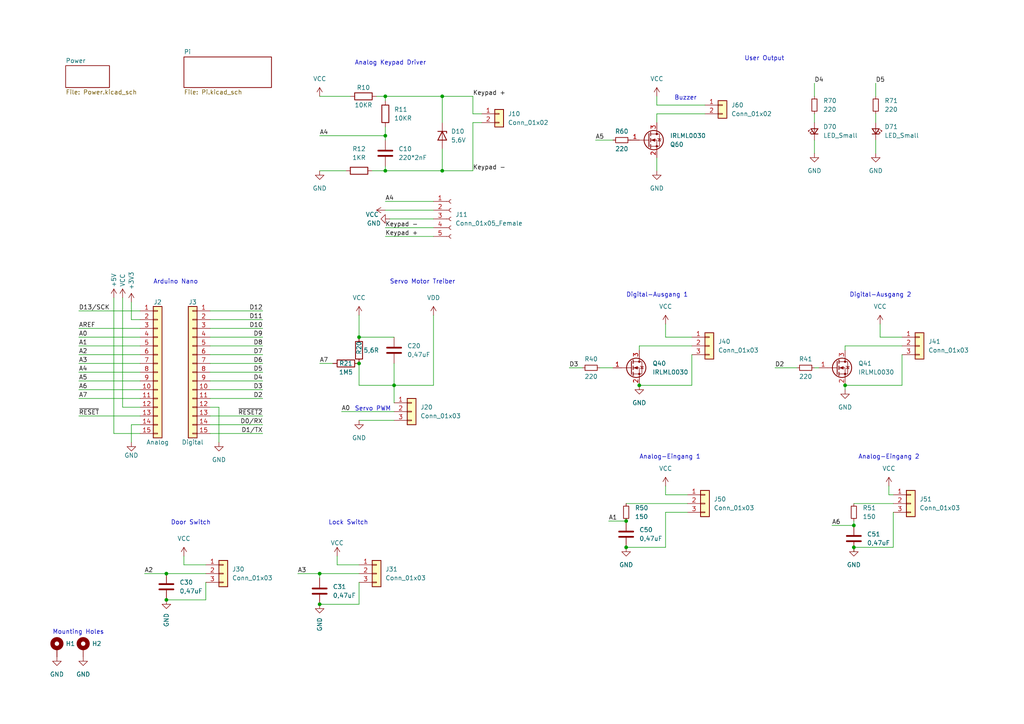
<source format=kicad_sch>
(kicad_sch (version 20211123) (generator eeschema)
  (paper "A4")
  (title_block (date "sam. 04 avril 2015"))
  (lib_symbols
    (symbol "Connector:Conn_01x05_Female" (pin_names (offset 1.016) hide)
      (property "Reference" "J" (at 0 7.62 0))
      (property "Value" "Conn_01x05_Female" (at 0 -7.62 0))
      (symbol "Conn_01x05_Female_1_1"
        (arc (start 0 -4.572) (mid -0.508 -5.08) (end 0 -5.588) (stroke (width 0.1524)))
        (arc (start 0 -2.032) (mid -0.508 -2.54) (end 0 -3.048) (stroke (width 0.1524)))
        (polyline (pts (xy -1.27 -5.08) (xy -0.508 -5.08)) (stroke (width 0.1524)))
        (polyline (pts (xy -1.27 -2.54) (xy -0.508 -2.54)) (stroke (width 0.1524)))
        (polyline (pts (xy -1.27 0) (xy -0.508 0)) (stroke (width 0.1524)))
        (polyline (pts (xy -1.27 2.54) (xy -0.508 2.54)) (stroke (width 0.1524)))
        (polyline (pts (xy -1.27 5.08) (xy -0.508 5.08)) (stroke (width 0.1524)))
        (arc (start 0 0.508) (mid -0.508 0) (end 0 -0.508) (stroke (width 0.1524)))
        (arc (start 0 3.048) (mid -0.508 2.54) (end 0 2.032) (stroke (width 0.1524)))
        (arc (start 0 5.588) (mid -0.508 5.08) (end 0 4.572) (stroke (width 0.1524)))
        (pin passive line (at -5.08 5.08 0) (length 3.81) (name "Pin_1") (number "1"))
        (pin passive line (at -5.08 2.54 0) (length 3.81) (name "Pin_2") (number "2"))
        (pin passive line (at -5.08 0 0) (length 3.81) (name "Pin_3") (number "3"))
        (pin passive line (at -5.08 -2.54 0) (length 3.81) (name "Pin_4") (number "4"))
        (pin passive line (at -5.08 -5.08 0) (length 3.81) (name "Pin_5") (number "5"))
      )
    )
    (symbol "Connector_Generic:Conn_01x02" (pin_names (offset 1.016) hide)
      (property "Reference" "J" (at 0 2.54 0))
      (property "Value" "Conn_01x02" (at 0 -5.08 0))
      (symbol "Conn_01x02_1_1"
        (rectangle (start -1.27 -2.413) (end 0 -2.667) (stroke (width 0.1524)))
        (rectangle (start -1.27 0.127) (end 0 -0.127) (stroke (width 0.1524)))
        (rectangle (start -1.27 1.27) (end 1.27 -3.81) (stroke (width 0.254)) (fill (type background)))
        (pin passive line (at -5.08 0 0) (length 3.81) (name "Pin_1") (number "1"))
        (pin passive line (at -5.08 -2.54 0) (length 3.81) (name "Pin_2") (number "2"))
      )
    )
    (symbol "Connector_Generic:Conn_01x03" (pin_names (offset 1.016) hide)
      (property "Reference" "J" (at 0 5.08 0))
      (property "Value" "Conn_01x03" (at 0 -5.08 0))
      (symbol "Conn_01x03_1_1"
        (rectangle (start -1.27 -2.413) (end 0 -2.667) (stroke (width 0.1524)))
        (rectangle (start -1.27 0.127) (end 0 -0.127) (stroke (width 0.1524)))
        (rectangle (start -1.27 2.667) (end 0 2.413) (stroke (width 0.1524)))
        (rectangle (start -1.27 3.81) (end 1.27 -3.81) (stroke (width 0.254)) (fill (type background)))
        (pin passive line (at -5.08 2.54 0) (length 3.81) (name "Pin_1") (number "1"))
        (pin passive line (at -5.08 0 0) (length 3.81) (name "Pin_2") (number "2"))
        (pin passive line (at -5.08 -2.54 0) (length 3.81) (name "Pin_3") (number "3"))
      )
    )
    (symbol "Connector_Generic:Conn_01x15" (pin_names (offset 1.016) hide)
      (property "Reference" "J" (at 0 20.32 0))
      (property "Value" "Conn_01x15" (at 0 -20.32 0))
      (symbol "Conn_01x15_1_1"
        (rectangle (start -1.27 -17.653) (end 0 -17.907) (stroke (width 0.1524)))
        (rectangle (start -1.27 -15.113) (end 0 -15.367) (stroke (width 0.1524)))
        (rectangle (start -1.27 -12.573) (end 0 -12.827) (stroke (width 0.1524)))
        (rectangle (start -1.27 -10.033) (end 0 -10.287) (stroke (width 0.1524)))
        (rectangle (start -1.27 -7.493) (end 0 -7.747) (stroke (width 0.1524)))
        (rectangle (start -1.27 -4.953) (end 0 -5.207) (stroke (width 0.1524)))
        (rectangle (start -1.27 -2.413) (end 0 -2.667) (stroke (width 0.1524)))
        (rectangle (start -1.27 0.127) (end 0 -0.127) (stroke (width 0.1524)))
        (rectangle (start -1.27 2.667) (end 0 2.413) (stroke (width 0.1524)))
        (rectangle (start -1.27 5.207) (end 0 4.953) (stroke (width 0.1524)))
        (rectangle (start -1.27 7.747) (end 0 7.493) (stroke (width 0.1524)))
        (rectangle (start -1.27 10.287) (end 0 10.033) (stroke (width 0.1524)))
        (rectangle (start -1.27 12.827) (end 0 12.573) (stroke (width 0.1524)))
        (rectangle (start -1.27 15.367) (end 0 15.113) (stroke (width 0.1524)))
        (rectangle (start -1.27 17.907) (end 0 17.653) (stroke (width 0.1524)))
        (rectangle (start -1.27 19.05) (end 1.27 -19.05) (stroke (width 0.254)) (fill (type background)))
        (pin passive line (at -5.08 17.78 0) (length 3.81) (name "Pin_1") (number "1"))
        (pin passive line (at -5.08 -5.08 0) (length 3.81) (name "Pin_10") (number "10"))
        (pin passive line (at -5.08 -7.62 0) (length 3.81) (name "Pin_11") (number "11"))
        (pin passive line (at -5.08 -10.16 0) (length 3.81) (name "Pin_12") (number "12"))
        (pin passive line (at -5.08 -12.7 0) (length 3.81) (name "Pin_13") (number "13"))
        (pin passive line (at -5.08 -15.24 0) (length 3.81) (name "Pin_14") (number "14"))
        (pin passive line (at -5.08 -17.78 0) (length 3.81) (name "Pin_15") (number "15"))
        (pin passive line (at -5.08 15.24 0) (length 3.81) (name "Pin_2") (number "2"))
        (pin passive line (at -5.08 12.7 0) (length 3.81) (name "Pin_3") (number "3"))
        (pin passive line (at -5.08 10.16 0) (length 3.81) (name "Pin_4") (number "4"))
        (pin passive line (at -5.08 7.62 0) (length 3.81) (name "Pin_5") (number "5"))
        (pin passive line (at -5.08 5.08 0) (length 3.81) (name "Pin_6") (number "6"))
        (pin passive line (at -5.08 2.54 0) (length 3.81) (name "Pin_7") (number "7"))
        (pin passive line (at -5.08 0 0) (length 3.81) (name "Pin_8") (number "8"))
        (pin passive line (at -5.08 -2.54 0) (length 3.81) (name "Pin_9") (number "9"))
      )
    )
    (symbol "Device:C" (pin_numbers hide) (pin_names (offset 0.254))
      (property "Reference" "C" (at 0.635 2.54 0))
      (property "Value" "C" (at 0.635 -2.54 0))
      (symbol "C_0_1"
        (polyline (pts (xy -2.032 -0.762) (xy 2.032 -0.762)) (stroke (width 0.508)))
        (polyline (pts (xy -2.032 0.762) (xy 2.032 0.762)) (stroke (width 0.508)))
      )
      (symbol "C_1_1"
        (pin passive line (at 0 3.81 270) (length 2.794) (name "~") (number "1"))
        (pin passive line (at 0 -3.81 90) (length 2.794) (name "~") (number "2"))
      )
    )
    (symbol "Device:D_Zener" (pin_numbers hide) (pin_names (offset 1.016) hide)
      (property "Reference" "D" (at 0 2.54 0))
      (property "Value" "D_Zener" (at 0 -2.54 0))
      (symbol "D_Zener_0_1"
        (polyline (pts (xy 1.27 0) (xy -1.27 0)))
        (polyline (pts (xy -1.27 -1.27) (xy -1.27 1.27) (xy -0.762 1.27)) (stroke (width 0.254)))
        (polyline (pts (xy 1.27 -1.27) (xy 1.27 1.27) (xy -1.27 0) (xy 1.27 -1.27)) (stroke (width 0.254)))
      )
      (symbol "D_Zener_1_1"
        (pin passive line (at -3.81 0 0) (length 2.54) (name "K") (number "1"))
        (pin passive line (at 3.81 0 180) (length 2.54) (name "A") (number "2"))
      )
    )
    (symbol "Device:LED_Small" (pin_numbers hide) (pin_names (offset 0.254) hide)
      (property "Reference" "D" (at -1.27 3.175 0))
      (property "Value" "LED_Small" (at -4.445 -2.54 0))
      (symbol "LED_Small_0_1"
        (polyline (pts (xy -0.762 -1.016) (xy -0.762 1.016)) (stroke (width 0.254)))
        (polyline (pts (xy 1.016 0) (xy -0.762 0)))
        (polyline (pts (xy 0.762 -1.016) (xy -0.762 0) (xy 0.762 1.016) (xy 0.762 -1.016)) (stroke (width 0.254)))
        (polyline (pts (xy 0 0.762) (xy -0.508 1.27) (xy -0.254 1.27) (xy -0.508 1.27) (xy -0.508 1.016)))
        (polyline (pts (xy 0.508 1.27) (xy 0 1.778) (xy 0.254 1.778) (xy 0 1.778) (xy 0 1.524)))
      )
      (symbol "LED_Small_1_1"
        (pin passive line (at -2.54 0 0) (length 1.778) (name "K") (number "1"))
        (pin passive line (at 2.54 0 180) (length 1.778) (name "A") (number "2"))
      )
    )
    (symbol "Device:R" (pin_numbers hide) (pin_names (offset 0))
      (property "Reference" "R" (at 2.032 0 90))
      (property "Value" "R" (at 0 0 90))
      (symbol "R_0_1"
        (rectangle (start -1.016 -2.54) (end 1.016 2.54) (stroke (width 0.254)))
      )
      (symbol "R_1_1"
        (pin passive line (at 0 3.81 270) (length 1.27) (name "~") (number "1"))
        (pin passive line (at 0 -3.81 90) (length 1.27) (name "~") (number "2"))
      )
    )
    (symbol "Device:R_Small" (pin_numbers hide) (pin_names (offset 0.254) hide)
      (property "Reference" "R" (at 0.762 0.508 0))
      (property "Value" "R_Small" (at 0.762 -1.016 0))
      (symbol "R_Small_0_1"
        (rectangle (start -0.762 1.778) (end 0.762 -1.778) (stroke (width 0.2032)))
      )
      (symbol "R_Small_1_1"
        (pin passive line (at 0 2.54 270) (length 0.762) (name "~") (number "1"))
        (pin passive line (at 0 -2.54 90) (length 0.762) (name "~") (number "2"))
      )
    )
    (symbol "GND_1" (power) (pin_names (offset 0))
      (property "Value" "GND_1" (at 0 -3.81 0))
      (symbol "GND_1_0_1"
        (polyline (pts (xy 0 0) (xy 0 -1.27) (xy 1.27 -1.27) (xy 0 -2.54) (xy -1.27 -1.27) (xy 0 -1.27)))
      )
      (symbol "GND_1_1_1"
        (pin power_in line (at 0 0 270) (length 0) hide (name "GND") (number "1"))
      )
    )
    (symbol "GND_11" (power) (pin_names (offset 0))
      (property "Value" "GND_11" (at 0 -3.81 0))
      (symbol "GND_11_0_1"
        (polyline (pts (xy 0 0) (xy 0 -1.27) (xy 1.27 -1.27) (xy 0 -2.54) (xy -1.27 -1.27) (xy 0 -1.27)))
      )
      (symbol "GND_11_1_1"
        (pin power_in line (at 0 0 270) (length 0) hide (name "GND") (number "1"))
      )
    )
    (symbol "GND_12" (power) (pin_names (offset 0))
      (property "Value" "GND_12" (at 0 -3.81 0))
      (symbol "GND_12_0_1"
        (polyline (pts (xy 0 0) (xy 0 -1.27) (xy 1.27 -1.27) (xy 0 -2.54) (xy -1.27 -1.27) (xy 0 -1.27)))
      )
      (symbol "GND_12_1_1"
        (pin power_in line (at 0 0 270) (length 0) hide (name "GND") (number "1"))
      )
    )
    (symbol "GND_2" (power) (pin_names (offset 0))
      (property "Value" "GND_2" (at 0 -3.81 0))
      (symbol "GND_2_0_1"
        (polyline (pts (xy 0 0) (xy 0 -1.27) (xy 1.27 -1.27) (xy 0 -2.54) (xy -1.27 -1.27) (xy 0 -1.27)))
      )
      (symbol "GND_2_1_1"
        (pin power_in line (at 0 0 270) (length 0) hide (name "GND") (number "1"))
      )
    )
    (symbol "GND_5" (power) (pin_names (offset 0))
      (property "Value" "GND_5" (at 0 -3.81 0))
      (symbol "GND_5_0_1"
        (polyline (pts (xy 0 0) (xy 0 -1.27) (xy 1.27 -1.27) (xy 0 -2.54) (xy -1.27 -1.27) (xy 0 -1.27)))
      )
      (symbol "GND_5_1_1"
        (pin power_in line (at 0 0 270) (length 0) hide (name "GND") (number "1"))
      )
    )
    (symbol "GND_7" (power) (pin_names (offset 0))
      (property "Value" "GND_7" (at 0 -3.81 0))
      (symbol "GND_7_0_1"
        (polyline (pts (xy 0 0) (xy 0 -1.27) (xy 1.27 -1.27) (xy 0 -2.54) (xy -1.27 -1.27) (xy 0 -1.27)))
      )
      (symbol "GND_7_1_1"
        (pin power_in line (at 0 0 270) (length 0) hide (name "GND") (number "1"))
      )
    )
    (symbol "Mechanical:MountingHole_Pad" (pin_numbers hide) (pin_names (offset 1.016) hide)
      (property "Reference" "H" (at 0 6.35 0))
      (property "Value" "MountingHole_Pad" (at 0 4.445 0))
      (symbol "MountingHole_Pad_0_1"
        (circle (center 0 1.27) (radius 1.27) (stroke (width 1.27)))
      )
      (symbol "MountingHole_Pad_1_1"
        (pin input line (at 0 -2.54 90) (length 2.54) (name "1") (number "1"))
      )
    )
    (symbol "Transistor_FET:IRLML0030" (pin_names hide)
      (property "Reference" "Q" (at 5.08 1.905 0))
      (property "Value" "IRLML0030" (at 5.08 0 0))
      (symbol "IRLML0030_0_1"
        (polyline (pts (xy 0.254 0) (xy -2.54 0)))
        (polyline (pts (xy 0.254 1.905) (xy 0.254 -1.905)) (stroke (width 0.254)))
        (polyline (pts (xy 0.762 -1.27) (xy 0.762 -2.286)) (stroke (width 0.254)))
        (polyline (pts (xy 0.762 0.508) (xy 0.762 -0.508)) (stroke (width 0.254)))
        (polyline (pts (xy 0.762 2.286) (xy 0.762 1.27)) (stroke (width 0.254)))
        (polyline (pts (xy 2.54 2.54) (xy 2.54 1.778)))
        (polyline (pts (xy 2.54 -2.54) (xy 2.54 0) (xy 0.762 0)))
        (polyline (pts (xy 0.762 -1.778) (xy 3.302 -1.778) (xy 3.302 1.778) (xy 0.762 1.778)))
        (polyline (pts (xy 1.016 0) (xy 2.032 0.381) (xy 2.032 -0.381) (xy 1.016 0)) (fill (type outline)))
        (polyline (pts (xy 2.794 0.508) (xy 2.921 0.381) (xy 3.683 0.381) (xy 3.81 0.254)))
        (polyline (pts (xy 3.302 0.381) (xy 2.921 -0.254) (xy 3.683 -0.254) (xy 3.302 0.381)))
        (circle (center 1.651 0) (radius 2.794) (stroke (width 0.254)))
        (circle (center 2.54 -1.778) (radius 0.254) (fill (type outline)))
        (circle (center 2.54 1.778) (radius 0.254) (fill (type outline)))
      )
      (symbol "IRLML0030_1_1"
        (pin input line (at -5.08 0 0) (length 2.54) (name "G") (number "1"))
        (pin passive line (at 2.54 -5.08 90) (length 2.54) (name "S") (number "2"))
        (pin passive line (at 2.54 5.08 270) (length 2.54) (name "D") (number "3"))
      )
    )
    (symbol "VCC_1" (power) (pin_names (offset 0))
      (property "Value" "VCC_1" (at 0 3.81 0))
      (symbol "VCC_1_0_1"
        (polyline (pts (xy -0.762 1.27) (xy 0 2.54)))
        (polyline (pts (xy 0 0) (xy 0 2.54)))
        (polyline (pts (xy 0 2.54) (xy 0.762 1.27)))
      )
      (symbol "VCC_1_1_1"
        (pin power_in line (at 0 0 90) (length 0) hide (name "VCC") (number "1"))
      )
    )
    (symbol "VCC_2" (power) (pin_names (offset 0))
      (property "Value" "VCC_2" (at 0 3.81 0))
      (symbol "VCC_2_0_1"
        (polyline (pts (xy -0.762 1.27) (xy 0 2.54)))
        (polyline (pts (xy 0 0) (xy 0 2.54)))
        (polyline (pts (xy 0 2.54) (xy 0.762 1.27)))
      )
      (symbol "VCC_2_1_1"
        (pin power_in line (at 0 0 90) (length 0) hide (name "VCC") (number "1"))
      )
    )
    (symbol "VCC_3" (power) (pin_names (offset 0))
      (property "Value" "VCC_3" (at 0 3.81 0))
      (symbol "VCC_3_0_1"
        (polyline (pts (xy -0.762 1.27) (xy 0 2.54)))
        (polyline (pts (xy 0 0) (xy 0 2.54)))
        (polyline (pts (xy 0 2.54) (xy 0.762 1.27)))
      )
      (symbol "VCC_3_1_1"
        (pin power_in line (at 0 0 90) (length 0) hide (name "VCC") (number "1"))
      )
    )
    (symbol "VCC_4" (power) (pin_names (offset 0))
      (property "Value" "VCC_4" (at 0 3.81 0))
      (symbol "VCC_4_0_1"
        (polyline (pts (xy -0.762 1.27) (xy 0 2.54)))
        (polyline (pts (xy 0 0) (xy 0 2.54)))
        (polyline (pts (xy 0 2.54) (xy 0.762 1.27)))
      )
      (symbol "VCC_4_1_1"
        (pin power_in line (at 0 0 90) (length 0) hide (name "VCC") (number "1"))
      )
    )
    (symbol "VCC_5" (power) (pin_names (offset 0))
      (property "Value" "VCC_5" (at 0 3.81 0))
      (symbol "VCC_5_0_1"
        (polyline (pts (xy -0.762 1.27) (xy 0 2.54)))
        (polyline (pts (xy 0 0) (xy 0 2.54)))
        (polyline (pts (xy 0 2.54) (xy 0.762 1.27)))
      )
      (symbol "VCC_5_1_1"
        (pin power_in line (at 0 0 90) (length 0) hide (name "VCC") (number "1"))
      )
    )
    (symbol "VCC_6" (power) (pin_names (offset 0))
      (property "Value" "VCC_6" (at 0 3.81 0))
      (symbol "VCC_6_0_1"
        (polyline (pts (xy -0.762 1.27) (xy 0 2.54)))
        (polyline (pts (xy 0 0) (xy 0 2.54)))
        (polyline (pts (xy 0 2.54) (xy 0.762 1.27)))
      )
      (symbol "VCC_6_1_1"
        (pin power_in line (at 0 0 90) (length 0) hide (name "VCC") (number "1"))
      )
    )
    (symbol "VCC_7" (power) (pin_names (offset 0))
      (property "Value" "VCC_7" (at 0 3.81 0))
      (symbol "VCC_7_0_1"
        (polyline (pts (xy -0.762 1.27) (xy 0 2.54)))
        (polyline (pts (xy 0 0) (xy 0 2.54)))
        (polyline (pts (xy 0 2.54) (xy 0.762 1.27)))
      )
      (symbol "VCC_7_1_1"
        (pin power_in line (at 0 0 90) (length 0) hide (name "VCC") (number "1"))
      )
    )
    (symbol "VDD_1" (power) (pin_names (offset 0))
      (property "Value" "VDD_1" (at 0 3.81 0))
      (symbol "VDD_1_0_1"
        (polyline (pts (xy -0.762 1.27) (xy 0 2.54)))
        (polyline (pts (xy 0 0) (xy 0 2.54)))
        (polyline (pts (xy 0 2.54) (xy 0.762 1.27)))
      )
      (symbol "VDD_1_1_1"
        (pin power_in line (at 0 0 90) (length 0) hide (name "VDD") (number "1"))
      )
    )
    (symbol "power:+3.3V" (power) (pin_names (offset 0))
      (property "Value" "+3.3V" (at 0 3.556 0))
      (symbol "+3.3V_0_1"
        (polyline (pts (xy -0.762 1.27) (xy 0 2.54)))
        (polyline (pts (xy 0 0) (xy 0 2.54)))
        (polyline (pts (xy 0 2.54) (xy 0.762 1.27)))
      )
      (symbol "+3.3V_1_1"
        (pin power_in line (at 0 0 90) (length 0) hide (name "+3V3") (number "1"))
      )
    )
    (symbol "power:+5V" (power) (pin_names (offset 0))
      (property "Value" "+5V" (at 0 3.556 0))
      (symbol "+5V_0_1"
        (polyline (pts (xy -0.762 1.27) (xy 0 2.54)))
        (polyline (pts (xy 0 0) (xy 0 2.54)))
        (polyline (pts (xy 0 2.54) (xy 0.762 1.27)))
      )
      (symbol "+5V_1_1"
        (pin power_in line (at 0 0 90) (length 0) hide (name "+5V") (number "1"))
      )
    )
    (symbol "power:GND" (power) (pin_names (offset 0))
      (property "Value" "GND" (at 0 -3.81 0))
      (symbol "GND_0_1"
        (polyline (pts (xy 0 0) (xy 0 -1.27) (xy 1.27 -1.27) (xy 0 -2.54) (xy -1.27 -1.27) (xy 0 -1.27)))
      )
      (symbol "GND_1_1"
        (pin power_in line (at 0 0 270) (length 0) hide (name "GND") (number "1"))
      )
    )
    (symbol "power:VCC" (power) (pin_names (offset 0))
      (property "Value" "VCC" (at 0 3.81 0))
      (symbol "VCC_0_1"
        (polyline (pts (xy -0.762 1.27) (xy 0 2.54)))
        (polyline (pts (xy 0 0) (xy 0 2.54)))
        (polyline (pts (xy 0 2.54) (xy 0.762 1.27)))
      )
      (symbol "VCC_1_1"
        (pin power_in line (at 0 0 90) (length 0) hide (name "VCC") (number "1"))
      )
    )
  )
  (junction (at 128.27 49.53))
  (junction (at 111.76 49.53))
  (junction (at 128.27 27.94))
  (junction (at 245.11 111.76))
  (junction (at 111.76 39.37))
  (junction (at 181.61 151.13))
  (junction (at 92.71 175.26))
  (junction (at 48.26 166.37))
  (junction (at 104.14 105.41))
  (junction (at 111.76 27.94))
  (junction (at 48.26 173.99))
  (junction (at 247.65 152.4))
  (junction (at 247.65 158.75))
  (junction (at 181.61 158.75))
  (junction (at 104.14 97.79))
  (junction (at 92.71 166.37))
  (junction (at 114.3 111.76))
  (junction (at 185.42 111.76))
  (wire (pts (xy 60.96 123.19) (xy 76.2 123.19)))
  (wire (pts (xy 40.64 92.71) (xy 38.1 92.71)))
  (wire (pts (xy 92.71 166.37) (xy 104.14 166.37)))
  (wire (pts (xy 104.14 121.92) (xy 114.3 121.92)))
  (wire (pts (xy 236.22 44.45) (xy 236.22 40.64)))
  (wire (pts (xy 33.02 86.36) (xy 33.02 125.73)))
  (wire (pts (xy 22.86 102.87) (xy 40.64 102.87)))
  (wire (pts (xy 22.86 107.95) (xy 40.64 107.95)))
  (wire (pts (xy 190.5 27.94) (xy 190.5 30.48)))
  (wire (pts (xy 137.16 27.94) (xy 137.16 33.02)))
  (wire (pts (xy 35.56 86.36) (xy 35.56 118.11)))
  (wire (pts (xy 40.64 118.11) (xy 35.56 118.11)))
  (wire (pts (xy 259.08 148.59) (xy 259.08 158.75)))
  (wire (pts (xy 185.42 100.33) (xy 200.66 100.33)))
  (wire (pts (xy 92.71 39.37) (xy 111.76 39.37)))
  (wire (pts (xy 104.14 111.76) (xy 114.3 111.76)))
  (wire (pts (xy 190.5 45.72) (xy 190.5 49.53)))
  (wire (pts (xy 22.86 105.41) (xy 40.64 105.41)))
  (wire (pts (xy 60.96 95.25) (xy 76.2 95.25)))
  (wire (pts (xy 111.76 58.42) (xy 125.73 58.42)))
  (wire (pts (xy 111.76 49.53) (xy 128.27 49.53)))
  (wire (pts (xy 185.42 101.6) (xy 185.42 100.33)))
  (wire (pts (xy 254 40.64) (xy 254 44.45)))
  (wire (pts (xy 128.27 43.18) (xy 128.27 49.53)))
  (wire (pts (xy 53.34 163.83) (xy 59.69 163.83)))
  (wire (pts (xy 139.7 33.02) (xy 137.16 33.02)))
  (wire (pts (xy 48.26 173.99) (xy 59.69 173.99)))
  (wire (pts (xy 60.96 100.33) (xy 76.2 100.33)))
  (wire (pts (xy 254 24.13) (xy 254 27.94)))
  (wire (pts (xy 60.96 102.87) (xy 76.2 102.87)))
  (wire (pts (xy 53.34 161.29) (xy 53.34 163.83)))
  (wire (pts (xy 109.22 27.94) (xy 111.76 27.94)))
  (wire (pts (xy 181.61 151.13) (xy 176.53 151.13)))
  (wire (pts (xy 257.81 140.97) (xy 257.81 143.51)))
  (wire (pts (xy 181.61 158.75) (xy 193.04 158.75)))
  (wire (pts (xy 128.27 27.94) (xy 137.16 27.94)))
  (wire (pts (xy 86.36 166.37) (xy 92.71 166.37)))
  (wire (pts (xy 104.14 91.44) (xy 104.14 97.79)))
  (wire (pts (xy 200.66 102.87) (xy 200.66 111.76)))
  (wire (pts (xy 181.61 146.05) (xy 199.39 146.05)))
  (wire (pts (xy 104.14 97.79) (xy 114.3 97.79)))
  (wire (pts (xy 60.96 115.57) (xy 76.2 115.57)))
  (wire (pts (xy 190.5 33.02) (xy 204.47 33.02)))
  (wire (pts (xy 193.04 140.97) (xy 193.04 143.51)))
  (wire (pts (xy 99.06 119.38) (xy 114.3 119.38)))
  (wire (pts (xy 97.79 161.29) (xy 97.79 163.83)))
  (wire (pts (xy 113.03 63.5) (xy 125.73 63.5)))
  (wire (pts (xy 254 33.02) (xy 254 35.56)))
  (wire (pts (xy 22.86 95.25) (xy 40.64 95.25)))
  (wire (pts (xy 200.66 97.79) (xy 193.04 97.79)))
  (wire (pts (xy 247.65 146.05) (xy 259.08 146.05)))
  (wire (pts (xy 60.96 107.95) (xy 76.2 107.95)))
  (wire (pts (xy 38.1 87.63) (xy 38.1 92.71)))
  (wire (pts (xy 193.04 148.59) (xy 193.04 158.75)))
  (wire (pts (xy 60.96 118.11) (xy 63.5 118.11)))
  (wire (pts (xy 111.76 48.26) (xy 111.76 49.53)))
  (wire (pts (xy 60.96 90.17) (xy 76.2 90.17)))
  (wire (pts (xy 236.22 106.68) (xy 237.49 106.68)))
  (wire (pts (xy 111.76 68.58) (xy 125.73 68.58)))
  (wire (pts (xy 40.64 125.73) (xy 33.02 125.73)))
  (wire (pts (xy 224.79 106.68) (xy 231.14 106.68)))
  (wire (pts (xy 22.86 120.65) (xy 40.64 120.65)))
  (wire (pts (xy 104.14 175.26) (xy 92.71 175.26)))
  (wire (pts (xy 137.16 35.56) (xy 137.16 49.53)))
  (wire (pts (xy 261.62 111.76) (xy 245.11 111.76)))
  (wire (pts (xy 60.96 105.41) (xy 76.2 105.41)))
  (wire (pts (xy 60.96 110.49) (xy 76.2 110.49)))
  (wire (pts (xy 245.11 100.33) (xy 261.62 100.33)))
  (wire (pts (xy 107.95 49.53) (xy 111.76 49.53)))
  (wire (pts (xy 165.1 106.68) (xy 168.91 106.68)))
  (wire (pts (xy 128.27 49.53) (xy 137.16 49.53)))
  (wire (pts (xy 236.22 24.13) (xy 236.22 27.94)))
  (wire (pts (xy 22.86 97.79) (xy 40.64 97.79)))
  (wire (pts (xy 111.76 66.04) (xy 125.73 66.04)))
  (wire (pts (xy 97.79 163.83) (xy 104.14 163.83)))
  (wire (pts (xy 111.76 36.83) (xy 111.76 39.37)))
  (wire (pts (xy 111.76 39.37) (xy 111.76 40.64)))
  (wire (pts (xy 199.39 148.59) (xy 193.04 148.59)))
  (wire (pts (xy 92.71 27.94) (xy 101.6 27.94)))
  (wire (pts (xy 261.62 102.87) (xy 261.62 111.76)))
  (wire (pts (xy 48.26 166.37) (xy 59.69 166.37)))
  (wire (pts (xy 22.86 90.17) (xy 40.64 90.17)))
  (wire (pts (xy 60.96 113.03) (xy 76.2 113.03)))
  (wire (pts (xy 173.99 106.68) (xy 177.8 106.68)))
  (wire (pts (xy 125.73 111.76) (xy 114.3 111.76)))
  (wire (pts (xy 200.66 111.76) (xy 185.42 111.76)))
  (wire (pts (xy 22.86 115.57) (xy 40.64 115.57)))
  (wire (pts (xy 22.86 110.49) (xy 40.64 110.49)))
  (wire (pts (xy 259.08 158.75) (xy 247.65 158.75)))
  (wire (pts (xy 128.27 35.56) (xy 128.27 27.94)))
  (wire (pts (xy 104.14 168.91) (xy 104.14 175.26)))
  (wire (pts (xy 247.65 151.13) (xy 247.65 152.4)))
  (wire (pts (xy 111.76 60.96) (xy 125.73 60.96)))
  (wire (pts (xy 259.08 143.51) (xy 257.81 143.51)))
  (wire (pts (xy 111.76 27.94) (xy 128.27 27.94)))
  (wire (pts (xy 104.14 105.41) (xy 104.14 111.76)))
  (wire (pts (xy 60.96 97.79) (xy 76.2 97.79)))
  (wire (pts (xy 92.71 105.41) (xy 96.52 105.41)))
  (wire (pts (xy 190.5 35.56) (xy 190.5 33.02)))
  (wire (pts (xy 60.96 120.65) (xy 76.2 120.65)))
  (wire (pts (xy 236.22 33.02) (xy 236.22 35.56)))
  (wire (pts (xy 193.04 93.98) (xy 193.04 97.79)))
  (wire (pts (xy 92.71 49.53) (xy 100.33 49.53)))
  (wire (pts (xy 245.11 111.76) (xy 245.11 113.03)))
  (wire (pts (xy 63.5 118.11) (xy 63.5 128.27)))
  (wire (pts (xy 139.7 35.56) (xy 137.16 35.56)))
  (wire (pts (xy 241.3 152.4) (xy 247.65 152.4)))
  (wire (pts (xy 177.8 40.64) (xy 172.72 40.64)))
  (wire (pts (xy 245.11 101.6) (xy 245.11 100.33)))
  (wire (pts (xy 204.47 30.48) (xy 190.5 30.48)))
  (wire (pts (xy 60.96 125.73) (xy 76.2 125.73)))
  (wire (pts (xy 92.71 166.37) (xy 92.71 167.64)))
  (wire (pts (xy 125.73 91.44) (xy 125.73 111.76)))
  (wire (pts (xy 59.69 173.99) (xy 59.69 168.91)))
  (wire (pts (xy 22.86 113.03) (xy 40.64 113.03)))
  (wire (pts (xy 261.62 97.79) (xy 255.27 97.79)))
  (wire (pts (xy 247.65 158.75) (xy 247.65 160.02)))
  (wire (pts (xy 114.3 111.76) (xy 114.3 116.84)))
  (wire (pts (xy 114.3 105.41) (xy 114.3 111.76)))
  (wire (pts (xy 111.76 27.94) (xy 111.76 29.21)))
  (wire (pts (xy 255.27 93.98) (xy 255.27 97.79)))
  (wire (pts (xy 38.1 123.19) (xy 38.1 128.27)))
  (wire (pts (xy 40.64 123.19) (xy 38.1 123.19)))
  (wire (pts (xy 199.39 143.51) (xy 193.04 143.51)))
  (wire (pts (xy 41.91 166.37) (xy 48.26 166.37)))
  (wire (pts (xy 22.86 100.33) (xy 40.64 100.33)))
  (wire (pts (xy 60.96 92.71) (xy 76.2 92.71)))
  (text "Analog-Eingang 2" (at 248.92 133.35 0) (effects (font (size 1.27 1.27)) (justify left bottom)))
  (text "Digital-Ausgang 1" (at 181.61 86.36 0) (effects (font (size 1.27 1.27)) (justify left bottom)))
  (text "Digital-Ausgang 2" (at 246.38 86.36 0) (effects (font (size 1.27 1.27)) (justify left bottom)))
  (text "Analog-Eingang 1" (at 185.42 133.35 0) (effects (font (size 1.27 1.27)) (justify left bottom)))
  (text "Arduino Nano" (at 44.45 82.55 0) (effects (font (size 1.27 1.27)) (justify left bottom)))
  (text "User Output" (at 215.9 17.78 0) (effects (font (size 1.27 1.27)) (justify left bottom)))
  (text "Servo Motor Treiber" (at 113.03 82.55 0) (effects (font (size 1.27 1.27)) (justify left bottom)))
  (text "Analog Keypad Driver" (at 102.87 19.05 0) (effects (font (size 1.27 1.27)) (justify left bottom)))
  (text "Servo PWM" (at 102.87 119.38 0) (effects (font (size 1.27 1.27)) (justify left bottom)))
  (text "Door Switch" (at 49.53 152.4 0) (effects (font (size 1.27 1.27)) (justify left bottom)))
  (text "Buzzer" (at 195.58 29.21 0) (effects (font (size 1.27 1.27)) (justify left bottom)))
  (text "Mounting Holes" (at 15.24 184.15 0) (effects (font (size 1.27 1.27)) (justify left bottom)))
  (text "Lock Switch" (at 95.25 152.4 0) (effects (font (size 1.27 1.27)) (justify left bottom)))
  (label "D4" (at 76.2 110.49 180))
  (label "D5" (at 76.2 107.95 180))
  (label "A2" (at 22.86 102.87 0))
  (label "A0" (at 99.06 119.38 0))
  (label "D7" (at 76.2 102.87 180))
  (label "A4" (at 92.71 39.37 0))
  (label "Keypad -" (at 137.16 49.53 0))
  (label "D13{slash}SCK" (at 22.86 90.17 0))
  (label "A7" (at 22.86 115.57 0))
  (label "D3" (at 165.1 106.68 0))
  (label "D6" (at 76.2 105.41 180))
  (label "A7" (at 92.71 105.41 0))
  (label "Keypad +" (at 111.76 68.58 0))
  (label "~{RESET2}" (at 76.2 120.65 180))
  (label "A6" (at 241.3 152.4 0))
  (label "D11" (at 76.2 92.71 180))
  (label "A1" (at 22.86 100.33 0))
  (label "A5" (at 172.72 40.64 0))
  (label "A1" (at 176.53 151.13 0))
  (label "A4" (at 22.86 107.95 0))
  (label "A5" (at 22.86 110.49 0))
  (label "A4" (at 111.76 58.42 0))
  (label "D5" (at 254 24.13 0))
  (label "A3" (at 22.86 105.41 0))
  (label "~{RESET}" (at 22.86 120.65 0))
  (label "A6" (at 22.86 113.03 0))
  (label "A3" (at 86.36 166.37 0))
  (label "A0" (at 22.86 97.79 0))
  (label "D9" (at 76.2 97.79 180))
  (label "D3" (at 76.2 113.03 180))
  (label "D2" (at 76.2 115.57 180))
  (label "D4" (at 236.22 24.13 0))
  (label "A2" (at 41.91 166.37 0))
  (label "D8" (at 76.2 100.33 180))
  (label "D1{slash}TX" (at 76.2 125.73 180))
  (label "D0{slash}RX" (at 76.2 123.19 180))
  (label "AREF" (at 22.86 95.25 0))
  (label "D10" (at 76.2 95.25 180))
  (label "Keypad +" (at 137.16 27.94 0))
  (label "Keypad -" (at 111.76 66.04 0))
  (label "D12" (at 76.2 90.17 180))
  (label "D2" (at 224.79 106.68 0))
  (symbol (lib_id "Connector_Generic:Conn_01x15") (at 45.72 107.95 0) (unit 1)
    (property "Reference" "J2" (at 45.72 87.63 0))
    (property "Value" "Analog" (at 45.72 128.27 0))
    (property "Footprint" "Connector_PinHeader_2.54mm:PinHeader_1x15_P2.54mm_Vertical" (effects hide))
  )
  (symbol (lib_id "Connector_Generic:Conn_01x15") (at 55.88 107.95 0) (mirror y) (unit 1)
    (property "Reference" "J3" (at 55.88 87.63 0))
    (property "Value" "Digital" (at 55.88 128.27 0))
    (property "Footprint" "Connector_PinHeader_2.54mm:PinHeader_1x15_P2.54mm_Vertical" (effects hide))
  )
  (symbol (lib_id "Connector_Generic:Conn_01x02") (at 144.78 33.02 0) (unit 1)
    (property "Reference" "J10" (at 147.32 33.0199 0) (effects (justify left)))
    (property "Value" "Conn_01x02" (at 147.32 35.5599 0) (effects (justify left)))
    (property "Footprint" "Connector_Phoenix_MC:PhoenixContact_MCV_1,5_2-G-3.5_1x02_P3.50mm_Vertical" (effects hide))
  )
  (symbol (lib_name "VCC_2") (lib_id "power:VCC") (at 190.5 27.94 0) (unit 1)
    (property "Reference" "#PWR060" (effects hide))
    (property "Value" "VCC" (at 190.5 22.86 0))
  )
  (symbol (lib_id "Device:LED_Small") (at 236.22 38.1 90) (unit 1)
    (property "Reference" "D70" (at 238.76 36.7664 90) (effects (justify right)))
    (property "Value" "LED_Small" (at 238.76 39.3064 90) (effects (justify right)))
    (property "Footprint" "LED_THT:LED_Rectangular_W3.0mm_H2.0mm" (effects hide))
  )
  (symbol (lib_id "Device:R_Small") (at 236.22 30.48 0) (unit 1)
    (property "Reference" "R70" (at 238.76 29.2099 0) (effects (justify left)))
    (property "Value" "220" (at 238.76 31.7499 0) (effects (justify left)))
    (property "Footprint" "Resistor_THT:R_Axial_DIN0309_L9.0mm_D3.2mm_P12.70mm_Horizontal" (effects hide))
  )
  (symbol (lib_name "VCC_6") (lib_id "power:VCC") (at 255.27 93.98 0) (unit 1)
    (property "Reference" "#PWR041" (effects hide))
    (property "Value" "VCC" (at 255.27 88.9 0))
  )
  (symbol (lib_id "power:GND") (at 16.51 190.5 0) (unit 1)
    (property "Reference" "#PWR0109" (effects hide))
    (property "Value" "GND" (at 16.51 195.58 0))
  )
  (symbol (lib_id "power:GND") (at 92.71 49.53 0) (unit 1)
    (property "Reference" "#PWR011" (effects hide))
    (property "Value" "GND" (at 92.71 54.61 0))
  )
  (symbol (lib_name "GND_7") (lib_id "power:GND") (at 104.14 121.92 0) (unit 1)
    (property "Reference" "#PWR022" (effects hide))
    (property "Value" "GND" (at 104.14 127 0))
  )
  (symbol (lib_id "Device:R") (at 100.33 105.41 90) (unit 1)
    (property "Reference" "R21" (at 100.33 105.41 90))
    (property "Value" "1M5" (at 100.33 107.95 90))
    (property "Footprint" "Resistor_THT:R_Axial_DIN0309_L9.0mm_D3.2mm_P12.70mm_Horizontal" (effects hide))
  )
  (symbol (lib_id "Connector_Generic:Conn_01x03") (at 64.77 166.37 0) (unit 1)
    (property "Reference" "J30" (at 67.31 165.0999 0) (effects (justify left)))
    (property "Value" "Conn_01x03" (at 67.31 167.64 0) (effects (justify left)))
    (property "Footprint" "Connector_Phoenix_MC:PhoenixContact_MCV_1,5_3-G-3.5_1x03_P3.50mm_Vertical" (effects hide))
  )
  (symbol (lib_name "GND_12") (lib_id "power:GND") (at 254 44.45 0) (unit 1)
    (property "Reference" "#PWR071" (effects hide))
    (property "Value" "GND" (at 254 49.53 0))
  )
  (symbol (lib_id "Mechanical:MountingHole_Pad") (at 16.51 187.96 0) (unit 1)
    (property "Reference" "H1" (at 19.05 186.6899 0) (effects (justify left)))
    (property "Value" "H1" (effects hide))
    (property "Footprint" "MountingHole:MountingHole_3.5mm_Pad" (effects hide))
  )
  (symbol (lib_id "power:GND") (at 48.26 173.99 0) (unit 1)
    (property "Reference" "#PWR032" (effects hide))
    (property "Value" "GND" (at 48.2599 177.8 90) (effects (justify right)))
  )
  (symbol (lib_id "Transistor_FET:IRLML0030") (at 242.57 106.68 0) (unit 1)
    (property "Reference" "Q41" (at 248.92 105.4099 0) (effects (justify left)))
    (property "Value" "IRLML0030" (at 248.92 107.9499 0) (effects (justify left)))
    (property "Footprint" "Package_TO_SOT_SMD:SOT-23" (effects hide))
    (property "Datasheet" "https://www.infineon.com/dgdl/irlml0030pbf.pdf?fileId=5546d462533600a401535664773825df" (effects hide))
  )
  (symbol (lib_name "GND_11") (lib_id "power:GND") (at 63.5 128.27 0) (unit 1)
    (property "Reference" "#PWR07" (effects hide))
    (property "Value" "GND" (at 63.5 133.35 0))
  )
  (symbol (lib_name "GND_2") (lib_id "power:GND") (at 181.61 158.75 0) (unit 1)
    (property "Reference" "#PWR052" (effects hide))
    (property "Value" "GND" (at 181.61 163.83 0))
  )
  (symbol (lib_id "Connector_Generic:Conn_01x02") (at 209.55 30.48 0) (unit 1)
    (property "Reference" "J60" (at 212.09 30.4799 0) (effects (justify left)))
    (property "Value" "Conn_01x02" (at 212.09 33.0199 0) (effects (justify left)))
    (property "Footprint" "Connector_Phoenix_MC:PhoenixContact_MCV_1,5_2-G-3.5_1x02_P3.50mm_Vertical" (effects hide))
  )
  (symbol (lib_id "Transistor_FET:IRLML0030") (at 187.96 40.64 0) (unit 1)
    (property "Reference" "Q60" (at 194.31 41.9101 0) (effects (justify left)))
    (property "Value" "IRLML0030" (at 194.31 39.3701 0) (effects (justify left)))
    (property "Footprint" "Package_TO_SOT_SMD:SOT-23" (effects hide))
    (property "Datasheet" "https://www.infineon.com/dgdl/irlml0030pbf.pdf?fileId=5546d462533600a401535664773825df" (effects hide))
  )
  (symbol (lib_name "GND_1") (lib_id "power:GND") (at 185.42 111.76 0) (unit 1)
    (property "Reference" "#PWR042" (effects hide))
    (property "Value" "GND" (at 185.42 116.84 0))
  )
  (symbol (lib_id "Device:LED_Small") (at 254 38.1 270) (mirror x) (unit 1)
    (property "Reference" "D71" (at 256.54 36.7664 90) (effects (justify left)))
    (property "Value" "LED_Small" (at 256.54 39.3064 90) (effects (justify left)))
    (property "Footprint" "LED_THT:LED_Rectangular_W3.0mm_H2.0mm" (effects hide))
  )
  (symbol (lib_id "Device:C") (at 181.61 154.94 0) (unit 1)
    (property "Reference" "C50" (at 185.42 153.6699 0) (effects (justify left)))
    (property "Value" "0,47uF" (at 185.42 156.2099 0) (effects (justify left)))
    (property "Footprint" "Capacitor_THT:C_Rect_L7.2mm_W3.0mm_P5.00mm_FKS2_FKP2_MKS2_MKP2" (effects hide))
  )
  (symbol (lib_name "VCC_4") (lib_id "power:VCC") (at 193.04 140.97 0) (unit 1)
    (property "Reference" "#PWR050" (effects hide))
    (property "Value" "VCC" (at 193.04 135.89 0))
  )
  (symbol (lib_id "Mechanical:MountingHole_Pad") (at 24.13 187.96 0) (unit 1)
    (property "Reference" "H2" (at 26.67 186.6899 0) (effects (justify left)))
    (property "Value" "H2" (effects hide))
    (property "Footprint" "MountingHole:MountingHole_3.5mm_Pad" (effects hide))
  )
  (symbol (lib_name "GND_1") (lib_id "power:GND") (at 245.11 113.03 0) (unit 1)
    (property "Reference" "#PWR043" (effects hide))
    (property "Value" "GND" (at 245.11 118.11 0))
  )
  (symbol (lib_id "Device:R") (at 105.41 27.94 90) (unit 1)
    (property "Reference" "R10" (at 105.41 25.4 90))
    (property "Value" "10KR" (at 105.41 30.48 90))
    (property "Footprint" "Resistor_THT:R_Axial_DIN0309_L9.0mm_D3.2mm_P12.70mm_Horizontal" (effects hide))
  )
  (symbol (lib_id "Device:C") (at 114.3 101.6 0) (unit 1)
    (property "Reference" "C20" (at 118.11 100.3299 0) (effects (justify left)))
    (property "Value" "0,47uF" (at 118.11 102.8699 0) (effects (justify left)))
    (property "Footprint" "Capacitor_THT:C_Rect_L7.2mm_W3.0mm_P5.00mm_FKS2_FKP2_MKS2_MKP2" (effects hide))
  )
  (symbol (lib_id "Device:D_Zener") (at 128.27 39.37 270) (unit 1)
    (property "Reference" "D10" (at 130.81 38.0999 90) (effects (justify left)))
    (property "Value" "5,6V" (at 130.81 40.6399 90) (effects (justify left)))
    (property "Footprint" "Diode_THT:D_DO-15_P12.70mm_Horizontal" (effects hide))
  )
  (symbol (lib_id "Device:R") (at 104.14 49.53 90) (unit 1)
    (property "Reference" "R12" (at 104.14 43.18 90))
    (property "Value" "1KR" (at 104.14 45.72 90))
    (property "Footprint" "Resistor_THT:R_Axial_DIN0309_L9.0mm_D3.2mm_P12.70mm_Horizontal" (effects hide))
  )
  (symbol (lib_id "Connector_Generic:Conn_01x03") (at 266.7 100.33 0) (unit 1)
    (property "Reference" "J41" (at 269.24 99.0599 0) (effects (justify left)))
    (property "Value" "Conn_01x03" (at 269.24 101.5999 0) (effects (justify left)))
    (property "Footprint" "Connector_Phoenix_MC:PhoenixContact_MCV_1,5_3-G-3.5_1x03_P3.50mm_Vertical" (effects hide))
  )
  (symbol (lib_id "Device:R") (at 104.14 101.6 0) (unit 1)
    (property "Reference" "R20" (at 104.14 102.87 90) (effects (justify left)))
    (property "Value" "5,6R" (at 105.41 101.6 0) (effects (justify left)))
    (property "Footprint" "Resistor_THT:R_Axial_DIN0411_L9.9mm_D3.6mm_P20.32mm_Horizontal" (effects hide))
  )
  (symbol (lib_id "power:+3.3V") (at 38.1 87.63 0) (unit 1)
    (property "Reference" "#PWR05" (effects hide))
    (property "Value" "+3.3V" (at 38.1 84.074 90) (effects (justify left)))
  )
  (symbol (lib_id "Device:C") (at 111.76 44.45 0) (unit 1)
    (property "Reference" "C10" (at 115.57 43.1799 0) (effects (justify left)))
    (property "Value" "220*2nF" (at 115.57 45.7199 0) (effects (justify left)))
    (property "Footprint" "Capacitor_THT:C_Rect_L7.2mm_W2.5mm_P5.00mm_FKS2_FKP2_MKS2_MKP2" (effects hide))
  )
  (symbol (lib_id "Device:R_Small") (at 254 30.48 0) (unit 1)
    (property "Reference" "R71" (at 256.54 29.2099 0) (effects (justify left)))
    (property "Value" "220" (at 256.54 31.7499 0) (effects (justify left)))
    (property "Footprint" "Resistor_THT:R_Axial_DIN0309_L9.0mm_D3.2mm_P12.70mm_Horizontal" (effects hide))
  )
  (symbol (lib_id "power:GND") (at 24.13 190.5 0) (unit 1)
    (property "Reference" "#PWR0108" (effects hide))
    (property "Value" "GND" (at 24.13 195.58 0))
  )
  (symbol (lib_id "Connector_Generic:Conn_01x03") (at 204.47 146.05 0) (unit 1)
    (property "Reference" "J50" (at 207.01 144.7799 0) (effects (justify left)))
    (property "Value" "Conn_01x03" (at 207.01 147.3199 0) (effects (justify left)))
    (property "Footprint" "Connector_Phoenix_MC:PhoenixContact_MCV_1,5_3-G-3.5_1x03_P3.50mm_Vertical" (effects hide))
  )
  (symbol (lib_id "Connector_Generic:Conn_01x03") (at 264.16 146.05 0) (unit 1)
    (property "Reference" "J51" (at 266.7 144.7799 0) (effects (justify left)))
    (property "Value" "Conn_01x03" (at 266.7 147.3199 0) (effects (justify left)))
    (property "Footprint" "Connector_Phoenix_MC:PhoenixContact_MCV_1,5_3-G-3.5_1x03_P3.50mm_Vertical" (effects hide))
  )
  (symbol (lib_name "GND_5") (lib_id "power:GND") (at 190.5 49.53 0) (unit 1)
    (property "Reference" "#PWR061" (effects hide))
    (property "Value" "GND" (at 190.5 54.61 0))
  )
  (symbol (lib_name "VCC_5") (lib_id "power:VCC") (at 193.04 93.98 0) (unit 1)
    (property "Reference" "#PWR040" (effects hide))
    (property "Value" "VCC" (at 193.04 88.9 0))
  )
  (symbol (lib_id "power:VCC") (at 104.14 91.44 0) (unit 1)
    (property "Reference" "#PWR020" (effects hide))
    (property "Value" "VCC" (at 104.14 86.36 0))
  )
  (symbol (lib_id "Connector:Conn_01x05_Female") (at 130.81 63.5 0) (unit 1)
    (property "Reference" "J11" (at 132.08 62.2299 0) (effects (justify left)))
    (property "Value" "Conn_01x05_Female" (at 132.08 64.7699 0) (effects (justify left)))
    (property "Footprint" "Connector_PinSocket_2.54mm:PinSocket_1x05_P2.54mm_Vertical" (effects hide))
  )
  (symbol (lib_name "GND_2") (lib_id "power:GND") (at 247.65 158.75 0) (unit 1)
    (property "Reference" "#PWR053" (effects hide))
    (property "Value" "GND" (at 247.65 163.83 0))
  )
  (symbol (lib_id "Device:R_Small") (at 233.68 106.68 90) (unit 1)
    (property "Reference" "R41" (at 233.68 104.14 90))
    (property "Value" "220" (at 233.68 109.22 90))
    (property "Footprint" "Resistor_THT:R_Axial_DIN0309_L9.0mm_D3.2mm_P12.70mm_Horizontal" (effects hide))
  )
  (symbol (lib_id "Device:R_Small") (at 171.45 106.68 90) (unit 1)
    (property "Reference" "R40" (at 171.45 104.14 90))
    (property "Value" "220" (at 171.45 109.22 90))
    (property "Footprint" "Resistor_THT:R_Axial_DIN0309_L9.0mm_D3.2mm_P12.70mm_Horizontal" (effects hide))
  )
  (symbol (lib_name "VCC_1") (lib_id "power:VCC") (at 97.79 161.29 0) (unit 1)
    (property "Reference" "#PWR031" (effects hide))
    (property "Value" "VCC" (at 97.79 157.48 0))
  )
  (symbol (lib_name "VCC_4") (lib_id "power:VCC") (at 257.81 140.97 0) (unit 1)
    (property "Reference" "#PWR051" (effects hide))
    (property "Value" "VCC" (at 257.81 135.89 0))
  )
  (symbol (lib_id "Device:C") (at 247.65 156.21 0) (unit 1)
    (property "Reference" "C51" (at 251.46 154.9399 0) (effects (justify left)))
    (property "Value" "0,47uF" (at 251.46 157.4799 0) (effects (justify left)))
    (property "Footprint" "Capacitor_THT:C_Rect_L7.2mm_W3.0mm_P5.00mm_FKS2_FKP2_MKS2_MKP2" (effects hide))
  )
  (symbol (lib_name "GND_12") (lib_id "power:GND") (at 236.22 44.45 0) (unit 1)
    (property "Reference" "#PWR070" (effects hide))
    (property "Value" "GND" (at 236.22 49.53 0))
  )
  (symbol (lib_id "Connector_Generic:Conn_01x03") (at 109.22 166.37 0) (unit 1)
    (property "Reference" "J31" (at 111.76 165.0999 0) (effects (justify left)))
    (property "Value" "Conn_01x03" (at 111.76 167.6399 0) (effects (justify left)))
    (property "Footprint" "Connector_Phoenix_MC:PhoenixContact_MCV_1,5_3-G-3.5_1x03_P3.50mm_Vertical" (effects hide))
  )
  (symbol (lib_id "power:+5V") (at 33.02 86.36 0) (unit 1)
    (property "Reference" "#PWR03" (effects hide))
    (property "Value" "+5V" (at 33.02 81.28 90))
  )
  (symbol (lib_id "Device:R") (at 111.76 33.02 0) (unit 1)
    (property "Reference" "R11" (at 114.3 31.7499 0) (effects (justify left)))
    (property "Value" "10KR" (at 114.3 34.2899 0) (effects (justify left)))
    (property "Footprint" "Resistor_THT:R_Axial_DIN0309_L9.0mm_D3.2mm_P12.70mm_Horizontal" (effects hide))
  )
  (symbol (lib_id "Device:C") (at 92.71 171.45 0) (unit 1)
    (property "Reference" "C31" (at 96.52 170.1799 0) (effects (justify left)))
    (property "Value" "0,47uF" (at 96.52 172.7199 0) (effects (justify left)))
    (property "Footprint" "Capacitor_THT:C_Rect_L7.2mm_W3.0mm_P5.00mm_FKS2_FKP2_MKS2_MKP2" (effects hide))
  )
  (symbol (lib_name "VCC_3") (lib_id "power:VCC") (at 53.34 161.29 0) (unit 1)
    (property "Reference" "#PWR030" (effects hide))
    (property "Value" "VCC" (at 53.34 156.21 0))
  )
  (symbol (lib_id "Device:C") (at 48.26 170.18 0) (unit 1)
    (property "Reference" "C30" (at 52.07 168.9099 0) (effects (justify left)))
    (property "Value" "0,47uF" (at 52.07 171.4499 0) (effects (justify left)))
    (property "Footprint" "Capacitor_THT:C_Rect_L7.2mm_W3.0mm_P5.00mm_FKS2_FKP2_MKS2_MKP2" (effects hide))
  )
  (symbol (lib_id "power:VCC") (at 92.71 27.94 0) (unit 1)
    (property "Reference" "#PWR010" (effects hide))
    (property "Value" "VCC" (at 92.71 22.86 0))
  )
  (symbol (lib_name "VDD_1") (lib_id "power:VDD") (at 125.73 91.44 0) (unit 1)
    (property "Reference" "#PWR021" (effects hide))
    (property "Value" "VDD" (at 125.73 86.36 0))
  )
  (symbol (lib_id "Device:R_Small") (at 181.61 148.59 0) (unit 1)
    (property "Reference" "R50" (at 184.15 147.3199 0) (effects (justify left)))
    (property "Value" "150" (at 184.15 149.8599 0) (effects (justify left)))
    (property "Footprint" "Resistor_THT:R_Axial_DIN0309_L9.0mm_D3.2mm_P12.70mm_Horizontal" (effects hide))
  )
  (symbol (lib_id "power:GND") (at 92.71 175.26 0) (unit 1)
    (property "Reference" "#PWR033" (effects hide))
    (property "Value" "GND" (at 92.7099 179.07 90) (effects (justify right)))
  )
  (symbol (lib_id "power:GND") (at 38.1 128.27 0) (unit 1)
    (property "Reference" "#PWR06" (effects hide))
    (property "Value" "GND" (at 38.1 132.08 0))
  )
  (symbol (lib_id "power:GND") (at 113.03 63.5 270) (unit 1)
    (property "Reference" "#PWR013" (effects hide))
    (property "Value" "GND" (at 110.49 64.77 90) (effects (justify right)))
  )
  (symbol (lib_id "Device:R_Small") (at 180.34 40.64 90) (unit 1)
    (property "Reference" "R60" (at 180.34 38.1 90))
    (property "Value" "220" (at 180.34 43.18 90))
    (property "Footprint" "Resistor_THT:R_Axial_DIN0309_L9.0mm_D3.2mm_P12.70mm_Horizontal" (effects hide))
  )
  (symbol (lib_id "Connector_Generic:Conn_01x03") (at 119.38 119.38 0) (unit 1)
    (property "Reference" "J20" (at 121.92 118.1099 0) (effects (justify left)))
    (property "Value" "Conn_01x03" (at 121.92 120.6499 0) (effects (justify left)))
    (property "Footprint" "Connector_Phoenix_MC:PhoenixContact_MCV_1,5_3-G-3.5_1x03_P3.50mm_Vertical" (effects hide))
  )
  (symbol (lib_id "Connector_Generic:Conn_01x03") (at 205.74 100.33 0) (unit 1)
    (property "Reference" "J40" (at 208.28 99.0599 0) (effects (justify left)))
    (property "Value" "Conn_01x03" (at 208.28 101.5999 0) (effects (justify left)))
    (property "Footprint" "Connector_Phoenix_MC:PhoenixContact_MCV_1,5_3-G-3.5_1x03_P3.50mm_Vertical" (effects hide))
  )
  (symbol (lib_name "VCC_7") (lib_id "power:VCC") (at 35.56 86.36 0) (unit 1)
    (property "Reference" "#PWR04" (effects hide))
    (property "Value" "VCC" (at 35.56 81.28 90))
  )
  (symbol (lib_id "power:VCC") (at 111.76 60.96 90) (unit 1)
    (property "Reference" "#PWR012" (effects hide))
    (property "Value" "VCC" (at 107.95 62.23 90))
  )
  (symbol (lib_id "Device:R_Small") (at 247.65 148.59 0) (unit 1)
    (property "Reference" "R51" (at 250.19 147.3199 0) (effects (justify left)))
    (property "Value" "150" (at 250.19 149.8599 0) (effects (justify left)))
    (property "Footprint" "Resistor_THT:R_Axial_DIN0309_L9.0mm_D3.2mm_P12.70mm_Horizontal" (effects hide))
  )
  (symbol (lib_id "Transistor_FET:IRLML0030") (at 182.88 106.68 0) (unit 1)
    (property "Reference" "Q40" (at 189.23 105.4099 0) (effects (justify left)))
    (property "Value" "IRLML0030" (at 189.23 107.9499 0) (effects (justify left)))
    (property "Footprint" "Package_TO_SOT_SMD:SOT-23" (effects hide))
    (property "Datasheet" "https://www.infineon.com/dgdl/irlml0030pbf.pdf?fileId=5546d462533600a401535664773825df" (effects hide))
  )
  (sheet (at 53.34 16.51) (size 25.4 8.89) (stroke (width 0.1524))
    (property "Sheet name" "Pi" (at 53.34 15.7984 0) (effects (justify left bottom)))
    (property "Sheet file" "Pi.kicad_sch" (at 53.34 25.9846 0) (effects (justify left top)))
  )
  (sheet (at 19.05 19.05) (size 12.7 6.35) (stroke (width 0.1524))
    (property "Sheet name" "Power" (at 19.05 18.3384 0) (effects (justify left bottom)))
    (property "Sheet file" "Power.kicad_sch" (at 19.05 25.9846 0) (effects (justify left top)))
  )
)
</source>
